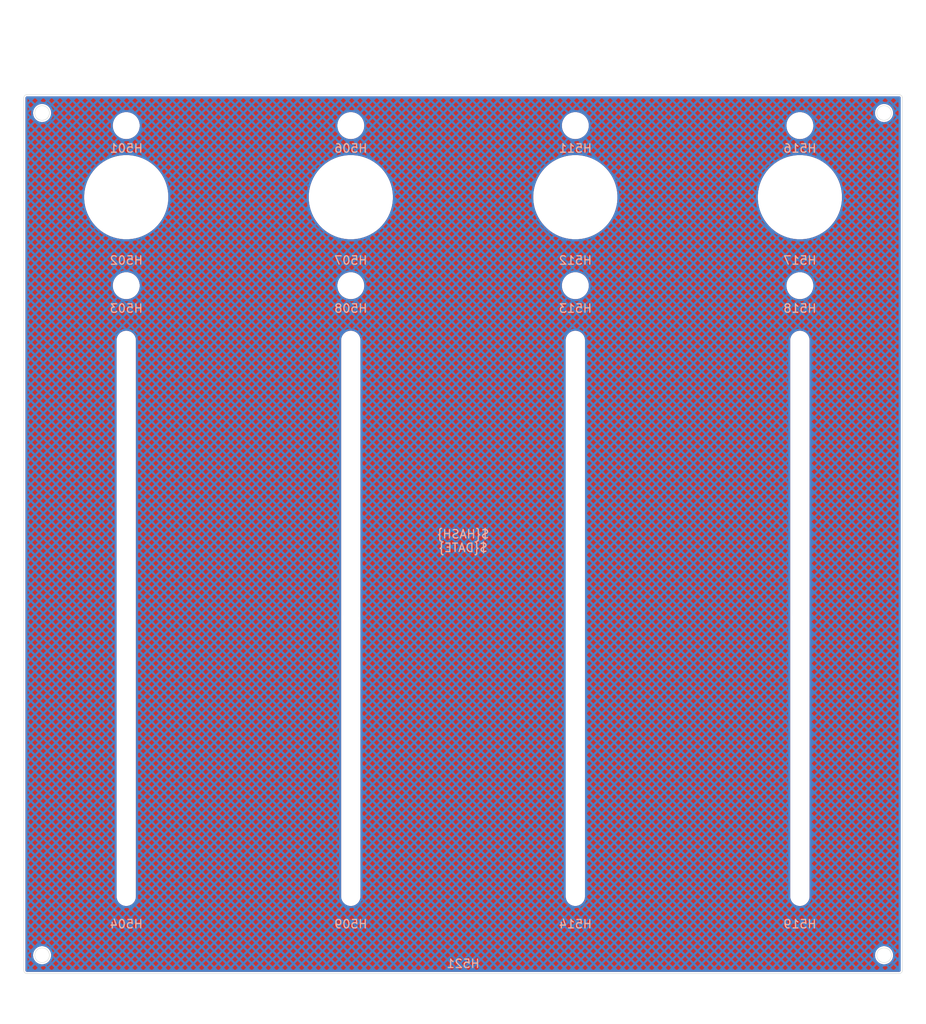
<source format=kicad_pcb>
(kicad_pcb (version 20240108) (generator "pcbnew") (generator_version "8.0")
  (layers (0 "F.Cu" signal) (31 "B.Cu" signal) (34 "B.Paste" user) (35 "F.Paste" user) (36 "B.SilkS" user "B.Silkscreen") (37 "F.SilkS" user "F.Silkscreen") (38 "B.Mask" user) (39 "F.Mask" user) (44 "Edge.Cuts" user))
  (net 0 "")
  (footprint "suku_basics:FP_POTENTIOMETER" (layer "F.Cu") (at 86.665 59.995)
    (property "Reference" "H507" (at 0 7.5 0) (layer "B.SilkS") (effects (justify mirror)))
    (property "Value" "Potentiometer")
    (pad "" np_thru_hole circle (at 0 0 90) (size 1.5 1.5) (drill 9.8) (layers "F&B.Cu" "*.Mask"))
  )
  (footprint "suku_basics:FP_LONGFADER" (layer "F.Cu") (at 59.995 110)
    (property "Reference" "H504" (at 0 36.3 0) (layer "B.SilkS") (effects (justify mirror)))
    (property "Value" "LongFader")
    (pad "" np_thru_hole circle (at 0 0 90) (size 1.5 1.5) (drill oval 68.1 2.1) (layers "F&B.Cu" "*.Mask"))
  )
  (footprint "suku_basics:FP_LED" (layer "F.Cu") (at 140.005 70.5)
    (property "Reference" "H518" (at 0 2.7 0) (layer "B.SilkS") (effects (justify mirror)))
    (property "Value" "LED")
    (pad "" np_thru_hole circle (at 0 0 90) (size 1.5 1.5) (drill 3) (layers "F&B.Cu" "*.Mask"))
  )
  (footprint "suku_basics:FP_OUTLINE" (layer "F.Cu") (at 100 100)
    (property "Reference" "H521" (at 0 51 0) (layer "B.SilkS") (effects (justify mirror)))
    (property "Value" "Outline")
    (fp_line (start -52.175 51.8) (end -52.175 -51.8) (stroke (width 0.05)) (layer "Edge.Cuts"))
    (fp_line (start -51.8 -52.175) (end 51.8 -52.175) (stroke (width 0.05)) (layer "Edge.Cuts"))
    (fp_line (start 51.8 52.175) (end -51.8 52.175) (stroke (width 0.05)) (layer "Edge.Cuts"))
    (fp_line (start 52.175 -51.8) (end 52.175 51.8) (stroke (width 0.05)) (layer "Edge.Cuts"))
    (fp_arc (start -52.175 -51.8) (mid -52.065165 -52.065165) (end -51.8 -52.175) (stroke (width 0.05)) (layer "Edge.Cuts"))
    (fp_arc (start -51.8 52.175) (mid -52.065165 52.065165) (end -52.175 51.8) (stroke (width 0.05)) (layer "Edge.Cuts"))
    (fp_arc (start 51.8 -52.175) (mid 52.065165 -52.065165) (end 52.175 -51.8) (stroke (width 0.05)) (layer "Edge.Cuts"))
    (fp_arc (start 52.175 51.8) (mid 52.065165 52.065165) (end 51.8 52.175) (stroke (width 0.05)) (layer "Edge.Cuts"))
    (fp_circle (center -50 -50) (end -49.125 -50) (stroke (width 0.05)) (fill none) (layer "Edge.Cuts"))
    (fp_circle (center -50 50) (end -49.125 50) (stroke (width 0.05)) (fill none) (layer "Edge.Cuts"))
    (fp_circle (center 50 -50) (end 50.875 -50) (stroke (width 0.05)) (fill none) (layer "Edge.Cuts"))
    (fp_circle (center 50 50) (end 50.875 50) (stroke (width 0.05)) (fill none) (layer "Edge.Cuts"))
  )
  (footprint "suku_basics:FP_LED" (layer "F.Cu") (at 113.335 70.5)
    (property "Reference" "H513" (at 0 2.7 0) (layer "B.SilkS") (effects (justify mirror)))
    (property "Value" "LED")
    (pad "" np_thru_hole circle (at 0 0 90) (size 1.5 1.5) (drill 3) (layers "F&B.Cu" "*.Mask"))
  )
  (footprint "suku_basics:FP_POTENTIOMETER" (layer "F.Cu") (at 140.005 59.995)
    (property "Reference" "H517" (at 0 7.5 0) (layer "B.SilkS") (effects (justify mirror)))
    (property "Value" "Potentiometer")
    (pad "" np_thru_hole circle (at 0 0 90) (size 1.5 1.5) (drill 9.8) (layers "F&B.Cu" "*.Mask"))
  )
  (footprint "suku_basics:FP_LED" (layer "F.Cu") (at 86.665 51.495)
    (property "Reference" "H506" (at 0 2.7 0) (layer "B.SilkS") (effects (justify mirror)))
    (property "Value" "LED")
    (pad "" np_thru_hole circle (at 0 0 90) (size 1.5 1.5) (drill 3) (layers "F&B.Cu" "*.Mask"))
  )
  (footprint "suku_basics:FP_POTENTIOMETER" (layer "F.Cu") (at 113.335 59.995)
    (property "Reference" "H512" (at 0 7.5 0) (layer "B.SilkS") (effects (justify mirror)))
    (property "Value" "Potentiometer")
    (pad "" np_thru_hole circle (at 0 0 90) (size 1.5 1.5) (drill 9.8) (layers "F&B.Cu" "*.Mask"))
  )
  (footprint "suku_basics:FP_LED" (layer "F.Cu") (at 59.995 70.5)
    (property "Reference" "H503" (at 0 2.7 0) (layer "B.SilkS") (effects (justify mirror)))
    (property "Value" "LED")
    (pad "" np_thru_hole circle (at 0 0 90) (size 1.5 1.5) (drill 3) (layers "F&B.Cu" "*.Mask"))
  )
  (footprint "suku_basics:FP_LED" (layer "F.Cu") (at 59.995 51.495)
    (property "Reference" "H501" (at 0 2.7 0) (layer "B.SilkS") (effects (justify mirror)))
    (property "Value" "LED")
    (pad "" np_thru_hole circle (at 0 0 90) (size 1.5 1.5) (drill 3) (layers "F&B.Cu" "*.Mask"))
  )
  (footprint "suku_basics:FP_POTENTIOMETER" (layer "F.Cu") (at 59.995 59.995)
    (property "Reference" "H502" (at 0 7.5 0) (layer "B.SilkS") (effects (justify mirror)))
    (property "Value" "Potentiometer")
    (pad "" np_thru_hole circle (at 0 0 90) (size 1.5 1.5) (drill 9.8) (layers "F&B.Cu" "*.Mask"))
  )
  (footprint "suku_basics:FP_LED" (layer "F.Cu") (at 140.005 51.495)
    (property "Reference" "H516" (at 0 2.7 0) (layer "B.SilkS") (effects (justify mirror)))
    (property "Value" "LED")
    (pad "" np_thru_hole circle (at 0 0 90) (size 1.5 1.5) (drill 3) (layers "F&B.Cu" "*.Mask"))
  )
  (footprint "suku_basics:FP_LED" (layer "F.Cu") (at 86.665 70.5)
    (property "Reference" "H508" (at 0 2.7 0) (layer "B.SilkS") (effects (justify mirror)))
    (property "Value" "LED")
    (pad "" np_thru_hole circle (at 0 0 90) (size 1.5 1.5) (drill 3) (layers "F&B.Cu" "*.Mask"))
  )
  (footprint "suku_basics:FP_LONGFADER" (layer "F.Cu") (at 86.665 110)
    (property "Reference" "H509" (at 0 36.3 0) (layer "B.SilkS") (effects (justify mirror)))
    (property "Value" "LongFader")
    (pad "" np_thru_hole circle (at 0 0 90) (size 1.5 1.5) (drill oval 68.1 2.1) (layers "F&B.Cu" "*.Mask"))
  )
  (footprint "suku_basics:FP_LONGFADER" (layer "F.Cu") (at 140.005 110)
    (property "Reference" "H519" (at 0 36.3 0) (layer "B.SilkS") (effects (justify mirror)))
    (property "Value" "LongFader")
    (pad "" np_thru_hole circle (at 0 0 90) (size 1.5 1.5) (drill oval 68.1 2.1) (layers "F&B.Cu" "*.Mask"))
  )
  (footprint "suku_basics:FP_LONGFADER" (layer "F.Cu") (at 113.335 110)
    (property "Reference" "H514" (at 0 36.3 0) (layer "B.SilkS") (effects (justify mirror)))
    (property "Value" "LongFader")
    (pad "" np_thru_hole circle (at 0 0 90) (size 1.5 1.5) (drill oval 68.1 2.1) (layers "F&B.Cu" "*.Mask"))
  )
  (footprint "suku_basics:FP_LED" (layer "F.Cu") (at 113.335 51.495)
    (property "Reference" "H511" (at 0 2.7 0) (layer "B.SilkS") (effects (justify mirror)))
    (property "Value" "LED")
    (pad "" np_thru_hole circle (at 0 0 90) (size 1.5 1.5) (drill 3) (layers "F&B.Cu" "*.Mask"))
  )
  (gr_text "${PROJECTNAME}\n${HASH}\n${DATE}" (at 100 100 0) (layer "B.SilkS") (effects (font (size 1 1)) (justify mirror)))
  (zone (net 0) (net_name "") (layer "F.Cu") (connect_pads (clearance 0.254)) (min_thickness 0.1524) (fill yes (thermal_gap 0.508) (thermal_bridge_width 0.254) (island_removal_mode 1) (island_area_min 10))
    (polygon (pts (xy 45 45) (xy 54 45) (xy 55 41) (xy 57 41) (xy 58 45) (xy 155 45) (xy 155 155) (xy 45 155)))
  )
  (zone (net 0) (net_name "") (layer "B.Cu") (connect_pads (clearance 0.254)) (min_thickness 0.1524) (fill yes (mode hatch) (thermal_gap 0.508) (thermal_bridge_width 0.254) (island_removal_mode 1) (island_area_min 10) (hatch_thickness 0.25) (hatch_gap 0.45) (hatch_orientation 45) (hatch_border_algorithm hatch_thickness) (hatch_min_hole_area 0.3))
    (polygon (pts (xy 45 45) (xy 46 41) (xy 48 41) (xy 49 45) (xy 155 45) (xy 155 155) (xy 45 155)))
  )
)
</source>
